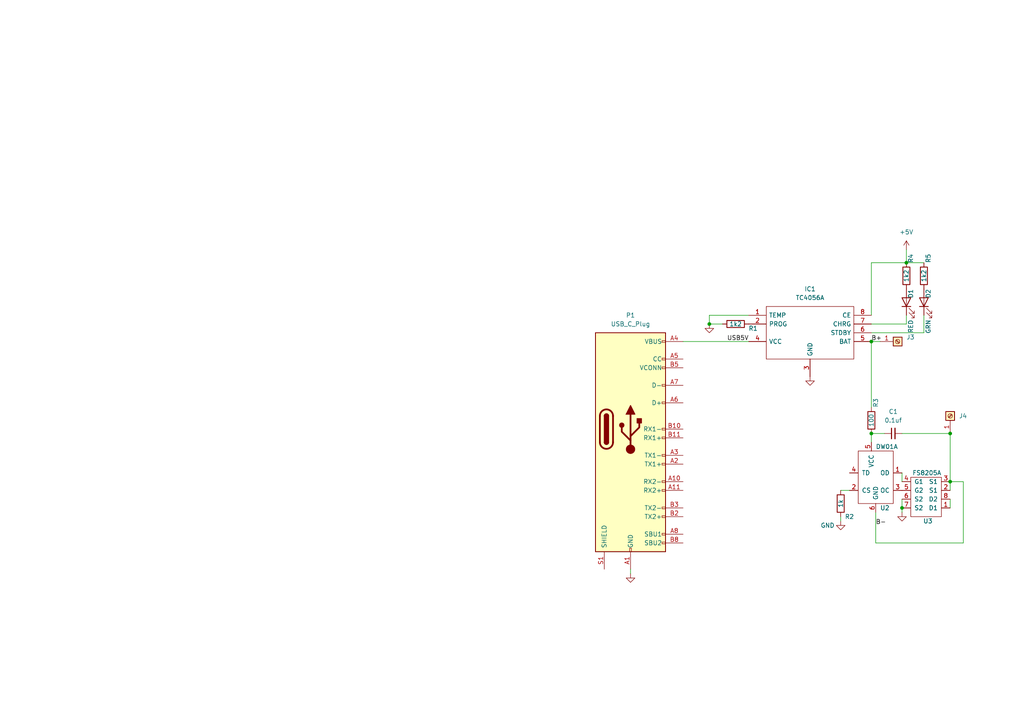
<source format=kicad_sch>
(kicad_sch (version 20230121) (generator eeschema)
  (paper "A4")
  (lib_symbols
    (symbol "Connector:Screw_Terminal_01x01" (pin_names (offset 1.016) hide)
      (property "Reference" "J" (at 0 2.54 0))
      (property "Value" "Screw_Terminal_01x01" (at 0 -2.54 0))
      (symbol "Screw_Terminal_01x01_1_1"
        (rectangle (start -1.27 1.27) (end 1.27 -1.27) (stroke (width 0.254)) (fill (type background)))
        (polyline (pts (xy -0.5334 0.3302) (xy 0.3302 -0.508)) (stroke (width 0.1524)))
        (polyline (pts (xy -0.3556 0.508) (xy 0.508 -0.3302)) (stroke (width 0.1524)))
        (circle (center 0 0) (radius 0.635) (stroke (width 0.1524)))
        (pin passive line (at -5.08 0 0) (length 3.81) (name "Pin_1") (number "1"))
      )
    )
    (symbol "Connector:USB_C_Plug" (pin_names (offset 1.016))
      (property "Reference" "P" (at -10.16 29.21 0))
      (property "Value" "USB_C_Plug" (at 10.16 29.21 0))
      (symbol "USB_C_Plug_0_0"
        (rectangle (start -0.254 -35.56) (end 0.254 -34.544))
        (rectangle (start 10.16 -32.766) (end 9.144 -33.274))
        (rectangle (start 10.16 -30.226) (end 9.144 -30.734))
        (rectangle (start 10.16 -25.146) (end 9.144 -25.654))
        (rectangle (start 10.16 -22.606) (end 9.144 -23.114))
        (rectangle (start 10.16 -17.526) (end 9.144 -18.034))
        (rectangle (start 10.16 -14.986) (end 9.144 -15.494))
        (rectangle (start 10.16 -9.906) (end 9.144 -10.414))
        (rectangle (start 10.16 -7.366) (end 9.144 -7.874))
        (rectangle (start 10.16 -2.286) (end 9.144 -2.794))
        (rectangle (start 10.16 0.254) (end 9.144 -0.254))
        (rectangle (start 10.16 7.874) (end 9.144 7.366))
        (rectangle (start 10.16 12.954) (end 9.144 12.446))
        (rectangle (start 10.16 18.034) (end 9.144 17.526))
        (rectangle (start 10.16 20.574) (end 9.144 20.066))
        (rectangle (start 10.16 25.654) (end 9.144 25.146))
      )
      (symbol "USB_C_Plug_0_1"
        (rectangle (start -10.16 27.94) (end 10.16 -35.56) (stroke (width 0.254)) (fill (type background)))
        (arc (start -8.89 -3.81) (mid -6.985 -5.7067) (end -5.08 -3.81) (stroke (width 0.508)))
        (arc (start -7.62 -3.81) (mid -6.985 -4.4423) (end -6.35 -3.81) (stroke (width 0.254)))
        (arc (start -7.62 -3.81) (mid -6.985 -4.4423) (end -6.35 -3.81) (stroke (width 0.254)) (fill (type outline)))
        (rectangle (start -7.62 -3.81) (end -6.35 3.81) (stroke (width 0.254)) (fill (type outline)))
        (arc (start -6.35 3.81) (mid -6.985 4.4423) (end -7.62 3.81) (stroke (width 0.254)))
        (arc (start -6.35 3.81) (mid -6.985 4.4423) (end -7.62 3.81) (stroke (width 0.254)) (fill (type outline)))
        (arc (start -5.08 3.81) (mid -6.985 5.7067) (end -8.89 3.81) (stroke (width 0.508)))
        (polyline (pts (xy -8.89 -3.81) (xy -8.89 3.81)) (stroke (width 0.508)))
        (polyline (pts (xy -5.08 3.81) (xy -5.08 -3.81)) (stroke (width 0.508)))
      )
      (symbol "USB_C_Plug_1_1"
        (circle (center -2.54 1.143) (radius 0.635) (stroke (width 0.254)) (fill (type outline)))
        (circle (center 0 -5.842) (radius 1.27) (fill (type outline)))
        (polyline (pts (xy 0 -5.842) (xy 0 4.318)) (stroke (width 0.508)))
        (polyline (pts (xy 0 -3.302) (xy -2.54 -0.762) (xy -2.54 0.508)) (stroke (width 0.508)))
        (polyline (pts (xy 0 -2.032) (xy 2.54 0.508) (xy 2.54 1.778)) (stroke (width 0.508)))
        (polyline (pts (xy -1.27 4.318) (xy 0 6.858) (xy 1.27 4.318) (xy -1.27 4.318)) (stroke (width 0.254)) (fill (type outline)))
        (rectangle (start 1.905 1.778) (end 3.175 3.048) (stroke (width 0.254)) (fill (type outline)))
        (pin passive line (at 0 -40.64 90) (length 5.08) (name "GND") (number "A1"))
        (pin bidirectional line (at 15.24 -15.24 180) (length 5.08) (name "RX2-") (number "A10"))
        (pin bidirectional line (at 15.24 -17.78 180) (length 5.08) (name "RX2+") (number "A11"))
        (pin passive line (at 0 -40.64 90) (length 5.08) hide (name "GND") (number "A12"))
        (pin bidirectional line (at 15.24 -10.16 180) (length 5.08) (name "TX1+") (number "A2"))
        (pin bidirectional line (at 15.24 -7.62 180) (length 5.08) (name "TX1-") (number "A3"))
        (pin passive line (at 15.24 25.4 180) (length 5.08) (name "VBUS") (number "A4"))
        (pin bidirectional line (at 15.24 20.32 180) (length 5.08) (name "CC") (number "A5"))
        (pin bidirectional line (at 15.24 7.62 180) (length 5.08) (name "D+") (number "A6"))
        (pin bidirectional line (at 15.24 12.7 180) (length 5.08) (name "D-") (number "A7"))
        (pin bidirectional line (at 15.24 -30.48 180) (length 5.08) (name "SBU1") (number "A8"))
        (pin passive line (at 15.24 25.4 180) (length 5.08) hide (name "VBUS") (number "A9"))
        (pin passive line (at 0 -40.64 90) (length 5.08) hide (name "GND") (number "B1"))
        (pin bidirectional line (at 15.24 0 180) (length 5.08) (name "RX1-") (number "B10"))
        (pin bidirectional line (at 15.24 -2.54 180) (length 5.08) (name "RX1+") (number "B11"))
        (pin passive line (at 0 -40.64 90) (length 5.08) hide (name "GND") (number "B12"))
        (pin bidirectional line (at 15.24 -25.4 180) (length 5.08) (name "TX2+") (number "B2"))
        (pin bidirectional line (at 15.24 -22.86 180) (length 5.08) (name "TX2-") (number "B3"))
        (pin passive line (at 15.24 25.4 180) (length 5.08) hide (name "VBUS") (number "B4"))
        (pin bidirectional line (at 15.24 17.78 180) (length 5.08) (name "VCONN") (number "B5"))
        (pin bidirectional line (at 15.24 -33.02 180) (length 5.08) (name "SBU2") (number "B8"))
        (pin passive line (at 15.24 25.4 180) (length 5.08) hide (name "VBUS") (number "B9"))
        (pin passive line (at -7.62 -40.64 90) (length 5.08) (name "SHIELD") (number "S1"))
      )
    )
    (symbol "Device:C_Small" (pin_numbers hide) (pin_names (offset 0.254) hide)
      (property "Reference" "C" (at 0.254 1.778 0))
      (property "Value" "C_Small" (at 0.254 -2.032 0))
      (symbol "C_Small_0_1"
        (polyline (pts (xy -1.524 -0.508) (xy 1.524 -0.508)) (stroke (width 0.3302)))
        (polyline (pts (xy -1.524 0.508) (xy 1.524 0.508)) (stroke (width 0.3048)))
      )
      (symbol "C_Small_1_1"
        (pin passive line (at 0 2.54 270) (length 2.032) (name "~") (number "1"))
        (pin passive line (at 0 -2.54 90) (length 2.032) (name "~") (number "2"))
      )
    )
    (symbol "Device:LED" (pin_numbers hide) (pin_names (offset 1.016) hide)
      (property "Reference" "D" (at 0 2.54 0))
      (property "Value" "LED" (at 0 -2.54 0))
      (symbol "LED_0_1"
        (polyline (pts (xy -1.27 -1.27) (xy -1.27 1.27)) (stroke (width 0.254)))
        (polyline (pts (xy -1.27 0) (xy 1.27 0)))
        (polyline (pts (xy 1.27 -1.27) (xy 1.27 1.27) (xy -1.27 0) (xy 1.27 -1.27)) (stroke (width 0.254)))
        (polyline (pts (xy -3.048 -0.762) (xy -4.572 -2.286) (xy -3.81 -2.286) (xy -4.572 -2.286) (xy -4.572 -1.524)))
        (polyline (pts (xy -1.778 -0.762) (xy -3.302 -2.286) (xy -2.54 -2.286) (xy -3.302 -2.286) (xy -3.302 -1.524)))
      )
      (symbol "LED_1_1"
        (pin passive line (at -3.81 0 0) (length 2.54) (name "K") (number "1"))
        (pin passive line (at 3.81 0 180) (length 2.54) (name "A") (number "2"))
      )
    )
    (symbol "Device:R" (pin_numbers hide) (pin_names (offset 0))
      (property "Reference" "R" (at 2.032 0 90))
      (property "Value" "R" (at 0 0 90))
      (symbol "R_0_1"
        (rectangle (start -1.016 -2.54) (end 1.016 2.54) (stroke (width 0.254)))
      )
      (symbol "R_1_1"
        (pin passive line (at 0 3.81 270) (length 1.27) (name "~") (number "1"))
        (pin passive line (at 0 -3.81 90) (length 1.27) (name "~") (number "2"))
      )
    )
    (symbol "TC4056A:TC4056A" (pin_names (offset 0.762))
      (property "Reference" "IC" (at 31.75 7.62 0))
      (property "Value" "TC4056A" (at 31.75 5.08 0))
      (symbol "TC4056A_0_0"
        (pin passive line (at 0 0 0) (length 5.08) (name "TEMP") (number "1"))
        (pin passive line (at 0 -2.54 0) (length 5.08) (name "PROG") (number "2"))
        (pin passive line (at 17.78 -17.78 90) (length 5.08) (name "GND") (number "3"))
        (pin passive line (at 0 -7.62 0) (length 5.08) (name "VCC") (number "4"))
        (pin passive line (at 35.56 -7.62 180) (length 5.08) (name "BAT") (number "5"))
        (pin passive line (at 35.56 -5.08 180) (length 5.08) (name "STDBY") (number "6"))
        (pin passive line (at 35.56 -2.54 180) (length 5.08) (name "CHRG") (number "7"))
        (pin passive line (at 35.56 0 180) (length 5.08) (name "CE") (number "8"))
      )
      (symbol "TC4056A_0_1"
        (polyline (pts (xy 5.08 2.54) (xy 30.48 2.54) (xy 30.48 -12.7) (xy 5.08 -12.7) (xy 5.08 2.54)) (stroke (width 0.1524)))
      )
    )
    (symbol "dw01a:DW01A" (pin_names (offset 1.016))
      (property "Reference" "U" (at 6.35 -7.62 0))
      (property "Value" "DW01A" (at 6.35 10.16 0))
      (symbol "DW01A_0_1"
        (rectangle (start 7.62 -6.35) (end -2.54 8.89))
      )
      (symbol "DW01A_1_1"
        (pin output line (at 10.16 2.54 180) (length 2.54) (name "OD") (number "1"))
        (pin input line (at -5.08 -2.54 0) (length 2.54) (name "CS") (number "2"))
        (pin output line (at 10.16 -2.54 180) (length 2.54) (name "OC") (number "3"))
        (pin bidirectional line (at -5.08 2.54 0) (length 2.54) (name "TD") (number "4"))
        (pin power_in line (at 1.27 11.43 270) (length 2.54) (name "VCC") (number "5"))
        (pin power_in line (at 2.54 -8.89 90) (length 2.54) (name "GND") (number "6"))
      )
    )
    (symbol "fs8205a:FS8205A" (pin_names (offset 1.016))
      (property "Reference" "U" (at -2.54 -5.08 0))
      (property "Value" "FS8205A" (at 0 8.89 0))
      (symbol "FS8205A_0_1"
        (rectangle (start 5.08 -3.81) (end -3.81 7.62))
      )
      (symbol "FS8205A_1_1"
        (pin input line (at -6.35 5.08 0) (length 2.54) (name "D1") (number "1"))
        (pin input line (at -6.35 0 0) (length 2.54) (name "S1") (number "2"))
        (pin input line (at -6.35 -2.54 0) (length 2.54) (name "S1") (number "3"))
        (pin input line (at 7.62 -2.54 180) (length 2.54) (name "G1") (number "4"))
        (pin input line (at 7.62 0 180) (length 2.54) (name "G2") (number "5"))
        (pin input line (at 7.62 2.54 180) (length 2.54) (name "S2") (number "6"))
        (pin input line (at 7.62 5.08 180) (length 2.54) (name "S2") (number "7"))
        (pin input line (at -6.35 2.54 0) (length 2.54) (name "D2") (number "8"))
      )
    )
    (symbol "power:+5V" (power) (pin_names (offset 0))
      (property "Value" "+5V" (at 0 3.556 0))
      (symbol "+5V_0_1"
        (polyline (pts (xy -0.762 1.27) (xy 0 2.54)))
        (polyline (pts (xy 0 0) (xy 0 2.54)))
        (polyline (pts (xy 0 2.54) (xy 0.762 1.27)))
      )
      (symbol "+5V_1_1"
        (pin power_in line (at 0 0 90) (length 0) hide (name "+5V") (number "1"))
      )
    )
    (symbol "power:GND" (power) (pin_names (offset 0))
      (property "Value" "GND" (at 0 -3.81 0))
      (symbol "GND_0_1"
        (polyline (pts (xy 0 0) (xy 0 -1.27) (xy 1.27 -1.27) (xy 0 -2.54) (xy -1.27 -1.27) (xy 0 -1.27)))
      )
      (symbol "GND_1_1"
        (pin power_in line (at 0 0 270) (length 0) hide (name "GND") (number "1"))
      )
    )
  )
  (junction (at 252.73 125.73))
  (junction (at 252.73 99.06))
  (junction (at 275.59 139.7))
  (junction (at 205.74 93.98))
  (junction (at 275.59 125.73))
  (junction (at 261.62 147.32))
  (junction (at 262.89 76.2))
  (wire (pts (xy 252.73 91.44) (xy 252.73 76.2)))
  (wire (pts (xy 252.73 125.73) (xy 256.54 125.73)))
  (wire (pts (xy 205.74 93.98) (xy 205.74 91.44)))
  (wire (pts (xy 262.89 76.2) (xy 267.97 76.2)))
  (wire (pts (xy 252.73 99.06) (xy 255.27 99.06)))
  (wire (pts (xy 275.59 125.73) (xy 275.59 139.7)))
  (wire (pts (xy 252.73 96.52) (xy 267.97 96.52)))
  (wire (pts (xy 252.73 93.98) (xy 262.89 93.98)))
  (wire (pts (xy 279.4 157.48) (xy 279.4 139.7)))
  (wire (pts (xy 275.59 144.78) (xy 275.59 147.32)))
  (wire (pts (xy 279.4 139.7) (xy 275.59 139.7)))
  (wire (pts (xy 252.73 99.06) (xy 252.73 118.11)))
  (wire (pts (xy 267.97 96.52) (xy 267.97 91.44)))
  (wire (pts (xy 243.84 142.24) (xy 246.38 142.24)))
  (wire (pts (xy 261.62 144.78) (xy 261.62 147.32)))
  (wire (pts (xy 261.62 147.32) (xy 261.62 148.59)))
  (wire (pts (xy 262.89 72.39) (xy 262.89 76.2)))
  (wire (pts (xy 182.88 165.1) (xy 182.88 166.37)))
  (wire (pts (xy 261.62 137.16) (xy 261.62 139.7)))
  (wire (pts (xy 198.12 99.06) (xy 217.17 99.06)))
  (wire (pts (xy 254 148.59) (xy 254 157.48)))
  (wire (pts (xy 254 157.48) (xy 279.4 157.48)))
  (wire (pts (xy 275.59 139.7) (xy 275.59 142.24)))
  (wire (pts (xy 252.73 76.2) (xy 262.89 76.2)))
  (wire (pts (xy 209.55 93.98) (xy 205.74 93.98)))
  (wire (pts (xy 262.89 93.98) (xy 262.89 91.44)))
  (wire (pts (xy 243.84 149.86) (xy 243.84 151.13)))
  (wire (pts (xy 252.73 125.73) (xy 252.73 128.27)))
  (wire (pts (xy 261.62 125.73) (xy 275.59 125.73)))
  (wire (pts (xy 205.74 91.44) (xy 217.17 91.44)))
  (label "B+" (at 252.73 99.06 0))
  (label "B-" (at 254 152.4 0))
  (label "USB5V" (at 217.17 99.06 180))
  (symbol (lib_id "Device:C_Small") (at 259.08 125.73 90) (unit 1)
    (property "Reference" "C1" (at 259.0863 119.38 90))
    (property "Value" "0.1uf" (at 259.0863 121.92 90))
    (property "Footprint" "Capacitor_SMD:C_0201_0603Metric" (effects hide))
  )
  (symbol (lib_id "Device:R") (at 243.84 146.05 180) (unit 1)
    (property "Reference" "R2" (at 246.38 149.86 0))
    (property "Value" "1k" (at 243.84 146.05 90))
    (property "Footprint" "Resistor_SMD:R_0201_0603Metric" (effects hide))
  )
  (symbol (lib_id "dw01a:DW01A") (at 251.46 139.7 0) (unit 1)
    (property "Reference" "U2" (at 255.27 147.32 0) (effects (justify left)))
    (property "Value" "DW01A" (at 254 129.54 0) (effects (justify left)))
    (property "Footprint" "Package_TO_SOT_SMD:SOT-23-6" (effects hide))
  )
  (symbol (lib_id "power:GND") (at 205.74 93.98 0) (unit 1)
    (property "Reference" "#PWR02" (effects hide))
    (property "Value" "GND" (effects hide))
  )
  (symbol (lib_id "Device:R") (at 262.89 80.01 180) (unit 1)
    (property "Reference" "R4" (at 264.16 74.93 90))
    (property "Value" "1k2" (at 262.89 80.01 90))
    (property "Footprint" "Resistor_SMD:R_0201_0603Metric" (effects hide))
  )
  (symbol (lib_id "power:GND") (at 234.95 109.22 0) (unit 1)
    (property "Reference" "#PWR03" (effects hide))
    (property "Value" "GND" (effects hide))
  )
  (symbol (lib_id "Device:LED") (at 267.97 87.63 90) (unit 1)
    (property "Reference" "D2" (at 269.24 83.82 0) (effects (justify right)))
    (property "Value" "GRN" (at 269.24 92.71 0) (effects (justify right)))
    (property "Footprint" "LED_SMD:LED_0805_2012Metric" (effects hide))
  )
  (symbol (lib_id "power:GND") (at 182.88 166.37 0) (unit 1)
    (property "Reference" "#PWR01" (effects hide))
    (property "Value" "GND" (effects hide))
  )
  (symbol (lib_id "Device:R") (at 252.73 121.92 180) (unit 1)
    (property "Reference" "R3" (at 254 116.84 90))
    (property "Value" "100" (at 252.73 121.92 90))
    (property "Footprint" "Resistor_SMD:R_0201_0603Metric" (effects hide))
  )
  (symbol (lib_id "Device:R") (at 267.97 80.01 180) (unit 1)
    (property "Reference" "R5" (at 269.24 74.93 90))
    (property "Value" "1k2" (at 267.97 80.01 90))
    (property "Footprint" "Resistor_SMD:R_0201_0603Metric" (effects hide))
  )
  (symbol (lib_id "fs8205a:FS8205A") (at 269.24 142.24 180) (unit 1)
    (property "Reference" "U3" (at 270.51 151.13 0) (effects (justify left)))
    (property "Value" "FS8205A" (at 273.05 137.16 0) (effects (justify left)))
    (property "Footprint" "Package_SO:TSSOP-8_4.4x3mm_P0.65mm" (effects hide))
  )
  (symbol (lib_id "Connector:Screw_Terminal_01x01") (at 260.35 99.06 0) (unit 1)
    (property "Reference" "J3" (at 262.89 97.79 0) (effects (justify left)))
    (property "Value" "Screw_Terminal_01x01" (effects hide))
  )
  (symbol (lib_id "Device:R") (at 213.36 93.98 90) (unit 1)
    (property "Reference" "R1" (at 218.44 95.25 90))
    (property "Value" "1k2" (at 213.36 93.98 90))
    (property "Footprint" "Resistor_SMD:R_0201_0603Metric" (effects hide))
  )
  (symbol (lib_id "TC4056A:TC4056A") (at 217.17 91.44 0) (unit 1)
    (property "Reference" "IC1" (at 234.95 83.82 0))
    (property "Value" "TC4056A" (at 234.95 86.36 0))
    (property "Footprint" "SOIC127P600X175-9N" (effects hide))
    (property "Datasheet" "https://datasheetspdf.com/parts/TC4056A.pdf?id=1309136" (effects hide))
    (property "Description" "1A Linear lithium ion battery charger" (effects hide))
    (property "Height" "1.75" (effects hide))
    (property "Manufacturer_Name" "Shenzhen Fuman Elec" (effects hide))
    (property "Manufacturer_Part_Number" "TC4056A" (effects hide))
  )
  (symbol (lib_id "power:GND") (at 261.62 148.59 0) (unit 1)
    (property "Reference" "#PWR05" (effects hide))
    (property "Value" "GND" (effects hide))
  )
  (symbol (lib_id "power:+5V") (at 262.89 72.39 0) (unit 1)
    (property "Reference" "#PWR06" (effects hide))
    (property "Value" "+5V" (at 262.89 67.31 0))
  )
  (symbol (lib_id "Device:LED") (at 262.89 87.63 90) (unit 1)
    (property "Reference" "D1" (at 264.16 83.82 0) (effects (justify right)))
    (property "Value" "RED" (at 264.16 92.71 0) (effects (justify right)))
    (property "Footprint" "LED_SMD:LED_0805_2012Metric" (effects hide))
  )
  (symbol (lib_id "Connector:USB_C_Plug") (at 182.88 124.46 0) (unit 1)
    (property "Reference" "P1" (at 182.88 91.44 0))
    (property "Value" "USB_C_Plug" (at 182.88 93.98 0))
    (property "Datasheet" "https://www.usb.org/sites/default/files/documents/usb_type-c.zip" (effects hide))
  )
  (symbol (lib_id "power:GND") (at 243.84 151.13 0) (unit 1)
    (property "Reference" "#PWR04" (effects hide))
    (property "Value" "GND" (at 240.03 152.4 0))
  )
  (symbol (lib_id "Connector:Screw_Terminal_01x01") (at 275.59 120.65 90) (unit 1)
    (property "Reference" "J4" (at 278.13 120.65 90) (effects (justify right)))
    (property "Value" "Screw_Terminal_01x01" (effects hide))
  )
)
</source>
